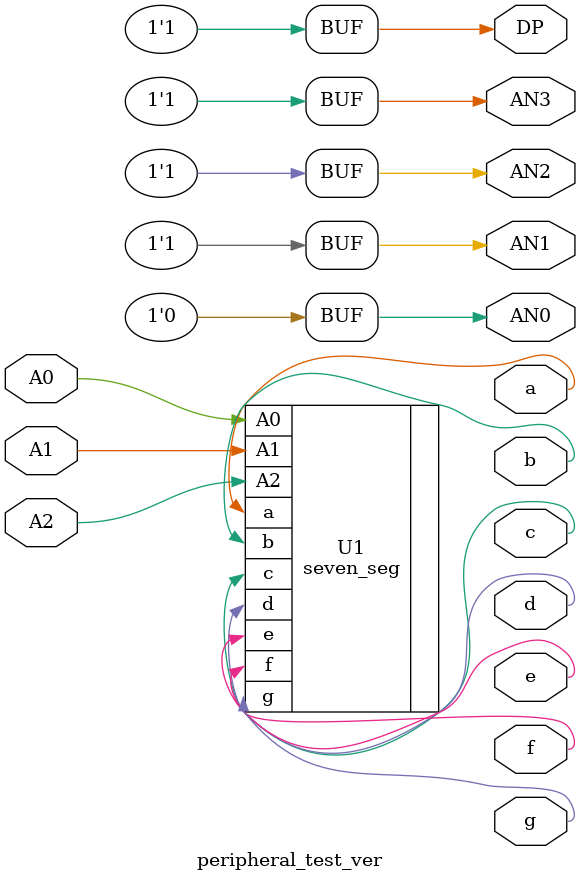
<source format=v>
`timescale 1ns / 1ps


module peripheral_test_ver(
    input wire A2,
    input wire A1,
    input wire A0,
    output wire a,
    output wire b,
    output wire c,
    output wire d,
    output wire e,
    output wire f,
    output wire g,
    output wire AN0,
    output wire AN1,
    output wire AN2,
    output wire AN3,
    output wire DP
    );

seven_seg U1(
    .A2(A2), .A1(A1), .A0(A0),
    .a(a), .b(b), .c(c), .d(d), .e(e), .f(f), .g(g)
    );

assign AN0 = 0;
assign AN1 = 1;
assign AN2 = 1;
assign AN3 = 1;
assign DP = 1;

endmodule

</source>
